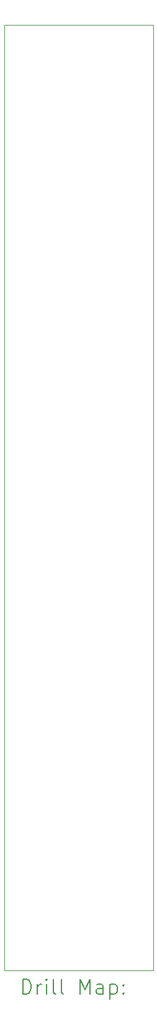
<source format=gbr>
%TF.GenerationSoftware,KiCad,Pcbnew,9.0.7*%
%TF.CreationDate,2026-01-04T21:32:23+01:00*%
%TF.ProjectId,board_F,626f6172-645f-4462-9e6b-696361645f70,rev?*%
%TF.SameCoordinates,Original*%
%TF.FileFunction,Drillmap*%
%TF.FilePolarity,Positive*%
%FSLAX45Y45*%
G04 Gerber Fmt 4.5, Leading zero omitted, Abs format (unit mm)*
G04 Created by KiCad (PCBNEW 9.0.7) date 2026-01-04 21:32:23*
%MOMM*%
%LPD*%
G01*
G04 APERTURE LIST*
%ADD10C,0.100000*%
%ADD11C,0.200000*%
G04 APERTURE END LIST*
D10*
X13984000Y-16425000D02*
X13984000Y-3575000D01*
X16016000Y-16425000D02*
X13984000Y-16425000D01*
X13984000Y-3575000D02*
X16016000Y-3575000D01*
X16016000Y-3575000D02*
X16016000Y-16425000D01*
D11*
X14239777Y-16741484D02*
X14239777Y-16541484D01*
X14239777Y-16541484D02*
X14287396Y-16541484D01*
X14287396Y-16541484D02*
X14315967Y-16551008D01*
X14315967Y-16551008D02*
X14335015Y-16570055D01*
X14335015Y-16570055D02*
X14344539Y-16589103D01*
X14344539Y-16589103D02*
X14354062Y-16627198D01*
X14354062Y-16627198D02*
X14354062Y-16655769D01*
X14354062Y-16655769D02*
X14344539Y-16693865D01*
X14344539Y-16693865D02*
X14335015Y-16712912D01*
X14335015Y-16712912D02*
X14315967Y-16731960D01*
X14315967Y-16731960D02*
X14287396Y-16741484D01*
X14287396Y-16741484D02*
X14239777Y-16741484D01*
X14439777Y-16741484D02*
X14439777Y-16608150D01*
X14439777Y-16646246D02*
X14449301Y-16627198D01*
X14449301Y-16627198D02*
X14458824Y-16617674D01*
X14458824Y-16617674D02*
X14477872Y-16608150D01*
X14477872Y-16608150D02*
X14496920Y-16608150D01*
X14563586Y-16741484D02*
X14563586Y-16608150D01*
X14563586Y-16541484D02*
X14554062Y-16551008D01*
X14554062Y-16551008D02*
X14563586Y-16560531D01*
X14563586Y-16560531D02*
X14573110Y-16551008D01*
X14573110Y-16551008D02*
X14563586Y-16541484D01*
X14563586Y-16541484D02*
X14563586Y-16560531D01*
X14687396Y-16741484D02*
X14668348Y-16731960D01*
X14668348Y-16731960D02*
X14658824Y-16712912D01*
X14658824Y-16712912D02*
X14658824Y-16541484D01*
X14792158Y-16741484D02*
X14773110Y-16731960D01*
X14773110Y-16731960D02*
X14763586Y-16712912D01*
X14763586Y-16712912D02*
X14763586Y-16541484D01*
X15020729Y-16741484D02*
X15020729Y-16541484D01*
X15020729Y-16541484D02*
X15087396Y-16684341D01*
X15087396Y-16684341D02*
X15154062Y-16541484D01*
X15154062Y-16541484D02*
X15154062Y-16741484D01*
X15335015Y-16741484D02*
X15335015Y-16636722D01*
X15335015Y-16636722D02*
X15325491Y-16617674D01*
X15325491Y-16617674D02*
X15306443Y-16608150D01*
X15306443Y-16608150D02*
X15268348Y-16608150D01*
X15268348Y-16608150D02*
X15249301Y-16617674D01*
X15335015Y-16731960D02*
X15315967Y-16741484D01*
X15315967Y-16741484D02*
X15268348Y-16741484D01*
X15268348Y-16741484D02*
X15249301Y-16731960D01*
X15249301Y-16731960D02*
X15239777Y-16712912D01*
X15239777Y-16712912D02*
X15239777Y-16693865D01*
X15239777Y-16693865D02*
X15249301Y-16674817D01*
X15249301Y-16674817D02*
X15268348Y-16665293D01*
X15268348Y-16665293D02*
X15315967Y-16665293D01*
X15315967Y-16665293D02*
X15335015Y-16655769D01*
X15430253Y-16608150D02*
X15430253Y-16808150D01*
X15430253Y-16617674D02*
X15449301Y-16608150D01*
X15449301Y-16608150D02*
X15487396Y-16608150D01*
X15487396Y-16608150D02*
X15506443Y-16617674D01*
X15506443Y-16617674D02*
X15515967Y-16627198D01*
X15515967Y-16627198D02*
X15525491Y-16646246D01*
X15525491Y-16646246D02*
X15525491Y-16703388D01*
X15525491Y-16703388D02*
X15515967Y-16722436D01*
X15515967Y-16722436D02*
X15506443Y-16731960D01*
X15506443Y-16731960D02*
X15487396Y-16741484D01*
X15487396Y-16741484D02*
X15449301Y-16741484D01*
X15449301Y-16741484D02*
X15430253Y-16731960D01*
X15611205Y-16722436D02*
X15620729Y-16731960D01*
X15620729Y-16731960D02*
X15611205Y-16741484D01*
X15611205Y-16741484D02*
X15601682Y-16731960D01*
X15601682Y-16731960D02*
X15611205Y-16722436D01*
X15611205Y-16722436D02*
X15611205Y-16741484D01*
X15611205Y-16617674D02*
X15620729Y-16627198D01*
X15620729Y-16627198D02*
X15611205Y-16636722D01*
X15611205Y-16636722D02*
X15601682Y-16627198D01*
X15601682Y-16627198D02*
X15611205Y-16617674D01*
X15611205Y-16617674D02*
X15611205Y-16636722D01*
M02*

</source>
